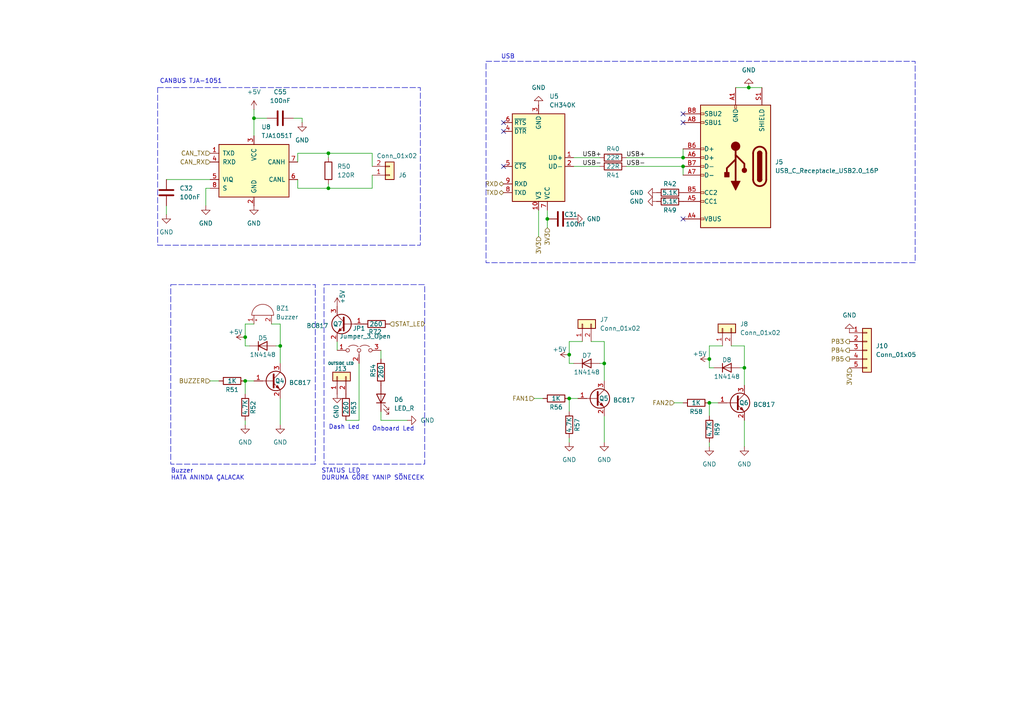
<source format=kicad_sch>
(kicad_sch (version 20250114) (generator "eeschema") (generator_version "9.0")
  (paper "A4")
  (title_block (date "2026-01-01") (rev "0.1") (company "Pehlivan Team"))
  (lib_symbols
    (symbol "Connector:USB_C_Receptacle_USB2.0_16P" (pin_names (offset 1.016))
      (property "Reference" "J" (at 0 22.225 0))
      (property "Value" "USB_C_Receptacle_USB2.0_16P" (at 0 19.685 0))
      (symbol "USB_C_Receptacle_USB2.0_16P_0_0"
        (rectangle (start -0.254 -17.78) (end 0.254 -16.764))
        (rectangle (start 10.16 15.494) (end 9.144 14.986))
        (rectangle (start 10.16 10.414) (end 9.144 9.906))
        (rectangle (start 10.16 7.874) (end 9.144 7.366))
        (rectangle (start 10.16 2.794) (end 9.144 2.286))
        (rectangle (start 10.16 0.254) (end 9.144 -0.254))
        (rectangle (start 10.16 -2.286) (end 9.144 -2.794))
        (rectangle (start 10.16 -4.826) (end 9.144 -5.334))
        (rectangle (start 10.16 -12.446) (end 9.144 -12.954))
        (rectangle (start 10.16 -14.986) (end 9.144 -15.494))
      )
      (symbol "USB_C_Receptacle_USB2.0_16P_0_1"
        (rectangle (start -10.16 17.78) (end 10.16 -17.78) (stroke (width 0.254)) (fill (type background)))
        (polyline (pts (xy -8.89 -3.81) (xy -8.89 3.81)) (stroke (width 0.508)))
        (rectangle (start -7.62 -3.81) (end -6.35 3.81) (stroke (width 0.254)) (fill (type outline)))
        (arc (start -7.62 3.81) (mid -6.985 4.4423) (end -6.35 3.81) (stroke (width 0.254)))
        (arc (start -7.62 3.81) (mid -6.985 4.4423) (end -6.35 3.81) (stroke (width 0.254)) (fill (type outline)))
        (arc (start -8.89 3.81) (mid -6.985 5.7067) (end -5.08 3.81) (stroke (width 0.508)))
        (arc (start -5.08 -3.81) (mid -6.985 -5.7067) (end -8.89 -3.81) (stroke (width 0.508)))
        (arc (start -6.35 -3.81) (mid -6.985 -4.4423) (end -7.62 -3.81) (stroke (width 0.254)))
        (arc (start -6.35 -3.81) (mid -6.985 -4.4423) (end -7.62 -3.81) (stroke (width 0.254)) (fill (type outline)))
        (polyline (pts (xy -5.08 3.81) (xy -5.08 -3.81)) (stroke (width 0.508)))
        (circle (center -2.54 1.143) (radius 0.635) (stroke (width 0.254)) (fill (type outline)))
        (polyline (pts (xy -1.27 4.318) (xy 0 6.858) (xy 1.27 4.318) (xy -1.27 4.318)) (stroke (width 0.254)) (fill (type outline)))
        (polyline (pts (xy 0 -2.032) (xy 2.54 0.508) (xy 2.54 1.778)) (stroke (width 0.508)))
        (polyline (pts (xy 0 -3.302) (xy -2.54 -0.762) (xy -2.54 0.508)) (stroke (width 0.508)))
        (polyline (pts (xy 0 -5.842) (xy 0 4.318)) (stroke (width 0.508)))
        (circle (center 0 -5.842) (radius 1.27) (fill (type outline)))
        (rectangle (start 1.905 1.778) (end 3.175 3.048) (stroke (width 0.254)) (fill (type outline)))
      )
      (symbol "USB_C_Receptacle_USB2.0_16P_1_1"
        (pin passive line (at -7.62 -22.86 90) (length 5.08) (name "SHIELD") (number "S1"))
        (pin passive line (at 0 -22.86 90) (length 5.08) (name "GND") (number "A1"))
        (pin passive line (at 0 -22.86 90) (length 5.08) (hide yes) (name "GND") (number "A12"))
        (pin passive line (at 0 -22.86 90) (length 5.08) (hide yes) (name "GND") (number "B1"))
        (pin passive line (at 0 -22.86 90) (length 5.08) (hide yes) (name "GND") (number "B12"))
        (pin passive line (at 15.24 15.24 180) (length 5.08) (name "VBUS") (number "A4"))
        (pin passive line (at 15.24 15.24 180) (length 5.08) (hide yes) (name "VBUS") (number "A9"))
        (pin passive line (at 15.24 15.24 180) (length 5.08) (hide yes) (name "VBUS") (number "B4"))
        (pin passive line (at 15.24 15.24 180) (length 5.08) (hide yes) (name "VBUS") (number "B9"))
        (pin bidirectional line (at 15.24 10.16 180) (length 5.08) (name "CC1") (number "A5"))
        (pin bidirectional line (at 15.24 7.62 180) (length 5.08) (name "CC2") (number "B5"))
        (pin bidirectional line (at 15.24 2.54 180) (length 5.08) (name "D-") (number "A7"))
        (pin bidirectional line (at 15.24 0 180) (length 5.08) (name "D-") (number "B7"))
        (pin bidirectional line (at 15.24 -2.54 180) (length 5.08) (name "D+") (number "A6"))
        (pin bidirectional line (at 15.24 -5.08 180) (length 5.08) (name "D+") (number "B6"))
        (pin bidirectional line (at 15.24 -12.7 180) (length 5.08) (name "SBU1") (number "A8"))
        (pin bidirectional line (at 15.24 -15.24 180) (length 5.08) (name "SBU2") (number "B8"))
      )
    )
    (symbol "Connector_Generic:Conn_01x02" (pin_names (offset 1.016) (hide yes))
      (property "Reference" "J" (at 0 2.54 0))
      (property "Value" "Conn_01x02" (at 0 -5.08 0))
      (symbol "Conn_01x02_1_1"
        (rectangle (start -1.27 1.27) (end 1.27 -3.81) (stroke (width 0.254)) (fill (type background)))
        (rectangle (start -1.27 0.127) (end 0 -0.127) (stroke (width 0.1524)))
        (rectangle (start -1.27 -2.413) (end 0 -2.667) (stroke (width 0.1524)))
        (pin passive line (at -5.08 0 0) (length 3.81) (name "Pin_1") (number "1"))
        (pin passive line (at -5.08 -2.54 0) (length 3.81) (name "Pin_2") (number "2"))
      )
    )
    (symbol "Connector_Generic:Conn_01x05" (pin_names (offset 1.016) (hide yes))
      (property "Reference" "J" (at 0 7.62 0))
      (property "Value" "Conn_01x05" (at 0 -7.62 0))
      (symbol "Conn_01x05_1_1"
        (rectangle (start -1.27 6.35) (end 1.27 -6.35) (stroke (width 0.254)) (fill (type background)))
        (rectangle (start -1.27 5.207) (end 0 4.953) (stroke (width 0.1524)))
        (rectangle (start -1.27 2.667) (end 0 2.413) (stroke (width 0.1524)))
        (rectangle (start -1.27 0.127) (end 0 -0.127) (stroke (width 0.1524)))
        (rectangle (start -1.27 -2.413) (end 0 -2.667) (stroke (width 0.1524)))
        (rectangle (start -1.27 -4.953) (end 0 -5.207) (stroke (width 0.1524)))
        (pin passive line (at -5.08 5.08 0) (length 3.81) (name "Pin_1") (number "1"))
        (pin passive line (at -5.08 2.54 0) (length 3.81) (name "Pin_2") (number "2"))
        (pin passive line (at -5.08 0 0) (length 3.81) (name "Pin_3") (number "3"))
        (pin passive line (at -5.08 -2.54 0) (length 3.81) (name "Pin_4") (number "4"))
        (pin passive line (at -5.08 -5.08 0) (length 3.81) (name "Pin_5") (number "5"))
      )
    )
    (symbol "Device:Buzzer" (pin_names (offset 0.0254) (hide yes))
      (property "Reference" "BZ" (at 3.81 1.27 0))
      (property "Value" "Buzzer" (at 3.81 -1.27 0))
      (symbol "Buzzer_0_1"
        (polyline (pts (xy -1.651 1.905) (xy -1.143 1.905)))
        (polyline (pts (xy -1.397 2.159) (xy -1.397 1.651)))
        (arc (start 0 3.175) (mid 3.1612 0) (end 0 -3.175))
        (polyline (pts (xy 0 3.175) (xy 0 -3.175)))
      )
      (symbol "Buzzer_1_1"
        (pin passive line (at -2.54 2.54 0) (length 2.54) (name "+") (number "1"))
        (pin passive line (at -2.54 -2.54 0) (length 2.54) (name "-") (number "2"))
      )
    )
    (symbol "Device:C" (pin_numbers (hide yes)) (pin_names (offset 0.254))
      (property "Reference" "C" (at 0.635 2.54 0))
      (property "Value" "C" (at 0.635 -2.54 0))
      (symbol "C_0_1"
        (polyline (pts (xy -2.032 0.762) (xy 2.032 0.762)) (stroke (width 0.508)))
        (polyline (pts (xy -2.032 -0.762) (xy 2.032 -0.762)) (stroke (width 0.508)))
      )
      (symbol "C_1_1"
        (pin passive line (at 0 3.81 270) (length 2.794) (name "~") (number "1"))
        (pin passive line (at 0 -3.81 90) (length 2.794) (name "~") (number "2"))
      )
    )
    (symbol "Device:LED" (pin_numbers (hide yes)) (pin_names (offset 1.016) (hide yes))
      (property "Reference" "D" (at 0 2.54 0))
      (property "Value" "LED" (at 0 -2.54 0))
      (symbol "LED_0_1"
        (polyline (pts (xy -3.048 -0.762) (xy -4.572 -2.286) (xy -3.81 -2.286) (xy -4.572 -2.286) (xy -4.572 -1.524)))
        (polyline (pts (xy -1.778 -0.762) (xy -3.302 -2.286) (xy -2.54 -2.286) (xy -3.302 -2.286) (xy -3.302 -1.524)))
        (polyline (pts (xy -1.27 0) (xy 1.27 0)))
        (polyline (pts (xy -1.27 -1.27) (xy -1.27 1.27)) (stroke (width 0.254)))
        (polyline (pts (xy 1.27 -1.27) (xy 1.27 1.27) (xy -1.27 0) (xy 1.27 -1.27)) (stroke (width 0.254)))
      )
      (symbol "LED_1_1"
        (pin passive line (at -3.81 0 0) (length 2.54) (name "K") (number "1"))
        (pin passive line (at 3.81 0 180) (length 2.54) (name "A") (number "2"))
      )
    )
    (symbol "Device:R" (pin_numbers (hide yes)) (pin_names (offset 0))
      (property "Reference" "R" (at 2.032 0 90))
      (property "Value" "R" (at 0 0 90))
      (symbol "R_0_1"
        (rectangle (start -1.016 -2.54) (end 1.016 2.54) (stroke (width 0.254)))
      )
      (symbol "R_1_1"
        (pin passive line (at 0 3.81 270) (length 1.27) (name "~") (number "1"))
        (pin passive line (at 0 -3.81 90) (length 1.27) (name "~") (number "2"))
      )
    )
    (symbol "Diode:1N4148" (pin_numbers (hide yes)) (pin_names (hide yes))
      (property "Reference" "D" (at 0 2.54 0))
      (property "Value" "1N4148" (at 0 -2.54 0))
      (symbol "1N4148_0_1"
        (polyline (pts (xy -1.27 1.27) (xy -1.27 -1.27)) (stroke (width 0.254)))
        (polyline (pts (xy 1.27 1.27) (xy 1.27 -1.27) (xy -1.27 0) (xy 1.27 1.27)) (stroke (width 0.254)))
        (polyline (pts (xy 1.27 0) (xy -1.27 0)))
      )
      (symbol "1N4148_1_1"
        (pin passive line (at -3.81 0 0) (length 2.54) (name "K") (number "1"))
        (pin passive line (at 3.81 0 180) (length 2.54) (name "A") (number "2"))
      )
    )
    (symbol "Interface_CAN_LIN:TJA1051T" (pin_names (offset 1.016))
      (property "Reference" "U8" (at 2.1433 12.7 0))
      (property "Value" "TJA1051T" (at 2.1433 10.16 0))
      (symbol "TJA1051T_0_1"
        (rectangle (start -10.16 7.62) (end 10.16 -7.62) (stroke (width 0.254)) (fill (type background)))
      )
      (symbol "TJA1051T_1_1"
        (pin input line (at -12.7 5.08 0) (length 2.54) (name "TXD") (number "1"))
        (pin output line (at -12.7 2.54 0) (length 2.54) (name "RXD") (number "4"))
        (pin output line (at -12.7 -2.54 0) (length 2.54) (name "VIQ") (number "5"))
        (pin input line (at -12.7 -5.08 0) (length 2.54) (name "S") (number "8"))
        (pin power_in line (at 0 10.16 270) (length 2.54) (name "VCC") (number "3"))
        (pin power_in line (at 0 -10.16 90) (length 2.54) (name "GND") (number "2"))
        (pin bidirectional line (at 12.7 2.54 180) (length 2.54) (name "CANH") (number "7"))
        (pin bidirectional line (at 12.7 -2.54 180) (length 2.54) (name "CANL") (number "6"))
      )
    )
    (symbol "Interface_USB:CH340K"
      (property "Reference" "U5" (at -3.1181 -17.78 0))
      (property "Value" "CH340K" (at -3.1181 -15.24 0))
      (symbol "CH340K_0_1"
        (rectangle (start -7.62 12.7) (end 7.62 -12.7) (stroke (width 0.254)) (fill (type background)))
      )
      (symbol "CH340K_1_0"
        (pin passive line (at 0 -15.24 90) (length 2.54) (hide yes) (name "GND") (number "11"))
      )
      (symbol "CH340K_1_1"
        (pin bidirectional line (at -10.16 2.54 0) (length 2.54) (name "UD-") (number "2"))
        (pin bidirectional line (at -10.16 0 0) (length 2.54) (name "UD+") (number "1"))
        (pin power_in line (at -2.54 15.24 270) (length 2.54) (name "VCC") (number "7"))
        (pin passive line (at 0 15.24 270) (length 2.54) (name "V3") (number "10"))
        (pin power_in line (at 0 -15.24 90) (length 2.54) (name "GND") (number "3"))
        (pin output line (at 10.16 10.16 180) (length 2.54) (name "TXD") (number "8"))
        (pin input line (at 10.16 7.62 180) (length 2.54) (name "RXD") (number "9"))
        (pin input line (at 10.16 2.54 180) (length 2.54) (name "~{CTS}") (number "5"))
        (pin output line (at 10.16 -7.62 180) (length 2.54) (name "~{DTR}") (number "4"))
        (pin output line (at 10.16 -10.16 180) (length 2.54) (name "~{RTS}") (number "6"))
      )
    )
    (symbol "Jumper:Jumper_3_Open" (pin_names (offset 0) (hide yes)) (in_bom no)
      (property "Reference" "JP" (at -2.54 -2.54 0))
      (property "Value" "Jumper_3_Open" (at 0 2.794 0))
      (symbol "Jumper_3_Open_0_0"
        (circle (center -3.302 0) (radius 0.508))
        (circle (center 0 0) (radius 0.508))
        (circle (center 3.302 0) (radius 0.508))
      )
      (symbol "Jumper_3_Open_0_1"
        (arc (start -3.048 1.016) (mid -1.651 1.4992) (end -0.254 1.016))
        (polyline (pts (xy 0 -0.508) (xy 0 -1.27)))
        (arc (start 0.254 1.016) (mid 1.651 1.4992) (end 3.048 1.016))
      )
      (symbol "Jumper_3_Open_1_1"
        (pin passive line (at -6.35 0 0) (length 2.54) (name "A") (number "1"))
        (pin passive line (at 0 -3.81 90) (length 2.54) (name "C") (number "2"))
        (pin passive line (at 6.35 0 180) (length 2.54) (name "B") (number "3"))
      )
    )
    (symbol "Transistor_BJT:BC817" (pin_names (offset 0) (hide yes))
      (property "Reference" "Q" (at 5.08 1.905 0))
      (property "Value" "BC817" (at 5.08 0 0))
      (symbol "BC817_0_1"
        (polyline (pts (xy -2.54 0) (xy 0.635 0)))
        (polyline (pts (xy 0.635 1.905) (xy 0.635 -1.905)) (stroke (width 0.508)))
        (circle (center 1.27 0) (radius 2.8194) (stroke (width 0.254)))
      )
      (symbol "BC817_1_1"
        (polyline (pts (xy 0.635 0.635) (xy 2.54 2.54)))
        (polyline (pts (xy 0.635 -0.635) (xy 2.54 -2.54)))
        (polyline (pts (xy 1.27 -1.778) (xy 1.778 -1.27) (xy 2.286 -2.286) (xy 1.27 -1.778)) (fill (type outline)))
        (pin input line (at -5.08 0 0) (length 2.54) (name "B") (number "1"))
        (pin passive line (at 2.54 5.08 270) (length 2.54) (name "C") (number "3"))
        (pin passive line (at 2.54 -5.08 90) (length 2.54) (name "E") (number "2"))
      )
    )
    (symbol "power:+5V" (power) (pin_numbers (hide yes)) (pin_names (offset 0) (hide yes))
      (property "Value" "+5V" (at 0 3.556 0))
      (symbol "+5V_0_1"
        (polyline (pts (xy -0.762 1.27) (xy 0 2.54)))
        (polyline (pts (xy 0 2.54) (xy 0.762 1.27)))
        (polyline (pts (xy 0 0) (xy 0 2.54)))
      )
      (symbol "+5V_1_1"
        (pin power_in line (at 0 0 90) (length 0) (name "~") (number "1"))
      )
    )
    (symbol "power:GND" (power) (pin_numbers (hide yes)) (pin_names (offset 0) (hide yes))
      (property "Value" "GND" (at 0 -3.81 0))
      (symbol "GND_0_1"
        (polyline (pts (xy 0 0) (xy 0 -1.27) (xy 1.27 -1.27) (xy 0 -2.54) (xy -1.27 -1.27) (xy 0 -1.27)))
      )
      (symbol "GND_1_1"
        (pin power_in line (at 0 0 270) (length 0) (name "~") (number "1"))
      )
    )
  )
  (rectangle (start 45.72 25.4) (end 121.92 71.12) (stroke (width 0) (type dash)))
  (rectangle (start 49.53 82.55) (end 91.44 134.62) (stroke (width 0) (type dash)))
  (rectangle (start 140.97 17.78) (end 265.43 76.2) (stroke (width 0) (type dash)))
  (rectangle (start 93.98 82.55) (end 123.19 134.62) (stroke (width 0) (type dash)))
  (text "Buzzer\nHATA ANINDA ÇALACAK\n" (at 49.53 137.668 0) (effects (font (size 1.27 1.27)) (justify left)))
  (text "CANBUS TJA-1051\n" (at 55.372 23.622 0) (effects (font (size 1.27 1.27))))
  (text "STATUS LED\nDURUMA GÖRE YANIP SÖNECEK\n" (at 93.218 137.668 0) (effects (font (size 1.27 1.27)) (justify left)))
  (text "USB\n" (at 147.32 16.51 0) (effects (font (size 1.27 1.27))))
  (text "Dash Led\n" (at 99.822 123.952 0) (effects (font (size 1.27 1.27))))
  (text "Onboard Led\n" (at 114.046 124.46 0) (effects (font (size 1.27 1.27))))
  (junction (at 95.25 44.45))
  (junction (at 217.17 25.4))
  (junction (at 95.25 54.61))
  (junction (at 198.12 45.72))
  (junction (at 175.26 105.41))
  (junction (at 71.12 110.49))
  (junction (at 165.1 102.87))
  (junction (at 71.12 97.79))
  (junction (at 205.74 116.84))
  (junction (at 81.28 100.33))
  (junction (at 158.75 63.5))
  (junction (at 198.12 48.26))
  (junction (at 165.1 115.57))
  (junction (at 215.9 106.68))
  (junction (at 73.66 34.29))
  (junction (at 205.74 104.14))
  (no_connect (at 146.05 35.56))
  (no_connect (at 198.12 35.56))
  (no_connect (at 198.12 33.02))
  (no_connect (at 146.05 48.26))
  (no_connect (at 146.05 38.1))
  (no_connect (at 198.12 63.5))
  (wire (pts (xy 86.36 44.45) (xy 86.36 46.99)))
  (wire (pts (xy 97.79 99.06) (xy 97.79 101.6)))
  (wire (pts (xy 158.75 63.5) (xy 158.75 60.96)))
  (wire (pts (xy 205.74 106.68) (xy 205.74 104.14)))
  (wire (pts (xy 81.28 93.98) (xy 81.28 100.33)))
  (wire (pts (xy 95.25 53.34) (xy 95.25 54.61)))
  (wire (pts (xy 205.74 100.33) (xy 209.55 100.33)))
  (wire (pts (xy 154.94 115.57) (xy 157.48 115.57)))
  (wire (pts (xy 87.63 34.29) (xy 87.63 35.56)))
  (wire (pts (xy 73.66 34.29) (xy 73.66 39.37)))
  (wire (pts (xy 110.49 104.14) (xy 110.49 101.6)))
  (wire (pts (xy 110.49 121.92) (xy 118.11 121.92)))
  (wire (pts (xy 71.12 110.49) (xy 71.12 114.3)))
  (wire (pts (xy 215.9 100.33) (xy 215.9 106.68)))
  (wire (pts (xy 71.12 100.33) (xy 71.12 97.79)))
  (wire (pts (xy 81.28 115.57) (xy 81.28 123.19)))
  (wire (pts (xy 59.69 54.61) (xy 60.96 54.61)))
  (wire (pts (xy 165.1 127) (xy 165.1 128.27)))
  (wire (pts (xy 205.74 104.14) (xy 205.74 100.33)))
  (wire (pts (xy 104.14 105.41) (xy 104.14 121.92)))
  (wire (pts (xy 60.96 110.49) (xy 63.5 110.49)))
  (wire (pts (xy 71.12 93.98) (xy 73.66 93.98)))
  (wire (pts (xy 95.25 45.72) (xy 95.25 44.45)))
  (wire (pts (xy 205.74 116.84) (xy 208.28 116.84)))
  (wire (pts (xy 110.49 121.92) (xy 110.49 119.38)))
  (wire (pts (xy 195.58 116.84) (xy 198.12 116.84)))
  (wire (pts (xy 181.61 48.26) (xy 198.12 48.26)))
  (wire (pts (xy 100.33 121.92) (xy 104.14 121.92)))
  (wire (pts (xy 107.95 48.26) (xy 107.95 44.45)))
  (wire (pts (xy 215.9 121.92) (xy 215.9 129.54)))
  (wire (pts (xy 205.74 116.84) (xy 205.74 120.65)))
  (wire (pts (xy 212.09 100.33) (xy 215.9 100.33)))
  (wire (pts (xy 71.12 97.79) (xy 71.12 93.98)))
  (wire (pts (xy 59.69 54.61) (xy 59.69 59.69)))
  (wire (pts (xy 95.25 54.61) (xy 107.95 54.61)))
  (wire (pts (xy 217.17 25.4) (xy 220.98 25.4)))
  (wire (pts (xy 95.25 44.45) (xy 107.95 44.45)))
  (wire (pts (xy 181.61 45.72) (xy 198.12 45.72)))
  (wire (pts (xy 86.36 44.45) (xy 95.25 44.45)))
  (wire (pts (xy 215.9 106.68) (xy 215.9 111.76)))
  (wire (pts (xy 175.26 120.65) (xy 175.26 128.27)))
  (wire (pts (xy 60.96 52.07) (xy 48.26 52.07)))
  (wire (pts (xy 173.99 45.72) (xy 166.37 45.72)))
  (wire (pts (xy 213.36 25.4) (xy 217.17 25.4)))
  (wire (pts (xy 165.1 102.87) (xy 165.1 99.06)))
  (wire (pts (xy 198.12 48.26) (xy 198.12 50.8)))
  (wire (pts (xy 81.28 100.33) (xy 81.28 105.41)))
  (wire (pts (xy 86.36 52.07) (xy 86.36 54.61)))
  (wire (pts (xy 198.12 45.72) (xy 198.12 43.18)))
  (wire (pts (xy 173.99 105.41) (xy 175.26 105.41)))
  (wire (pts (xy 165.1 115.57) (xy 165.1 119.38)))
  (wire (pts (xy 80.01 100.33) (xy 81.28 100.33)))
  (wire (pts (xy 175.26 105.41) (xy 175.26 110.49)))
  (wire (pts (xy 85.09 34.29) (xy 87.63 34.29)))
  (wire (pts (xy 86.36 54.61) (xy 95.25 54.61)))
  (wire (pts (xy 72.39 100.33) (xy 71.12 100.33)))
  (wire (pts (xy 78.74 93.98) (xy 81.28 93.98)))
  (wire (pts (xy 71.12 121.92) (xy 71.12 123.19)))
  (wire (pts (xy 165.1 99.06) (xy 168.91 99.06)))
  (wire (pts (xy 214.63 106.68) (xy 215.9 106.68)))
  (wire (pts (xy 156.21 68.58) (xy 156.21 60.96)))
  (wire (pts (xy 165.1 105.41) (xy 165.1 102.87)))
  (wire (pts (xy 175.26 99.06) (xy 175.26 105.41)))
  (wire (pts (xy 77.47 34.29) (xy 73.66 34.29)))
  (wire (pts (xy 48.26 59.69) (xy 48.26 62.23)))
  (wire (pts (xy 166.37 105.41) (xy 165.1 105.41)))
  (wire (pts (xy 71.12 110.49) (xy 73.66 110.49)))
  (wire (pts (xy 158.75 66.04) (xy 158.75 63.5)))
  (wire (pts (xy 165.1 115.57) (xy 167.64 115.57)))
  (wire (pts (xy 171.45 99.06) (xy 175.26 99.06)))
  (wire (pts (xy 207.01 106.68) (xy 205.74 106.68)))
  (wire (pts (xy 173.99 48.26) (xy 166.37 48.26)))
  (wire (pts (xy 107.95 50.8) (xy 107.95 54.61)))
  (wire (pts (xy 73.66 31.75) (xy 73.66 34.29)))
  (wire (pts (xy 205.74 128.27) (xy 205.74 129.54)))
  (label "USB-" (at 181.61 48.26 0))
  (label "USB-" (at 168.91 48.26 0))
  (label "USB+" (at 168.91 45.72 0))
  (label "USB+" (at 181.61 45.72 0))
  (hierarchical_label "3V3" (shape input) (at 158.75 66.04 270))
  (hierarchical_label "BUZZER" (shape input) (at 60.96 110.49 180))
  (hierarchical_label "FAN2" (shape input) (at 195.58 116.84 180))
  (hierarchical_label "TXD" (shape bidirectional) (at 146.05 55.88 180))
  (hierarchical_label "3V3" (shape input) (at 246.38 106.68 270))
  (hierarchical_label "3V3" (shape input) (at 156.21 68.58 270))
  (hierarchical_label "STAT_LED" (shape input) (at 113.03 93.98 0))
  (hierarchical_label "PB5" (shape output) (at 246.38 104.14 180))
  (hierarchical_label "PB3" (shape output) (at 246.38 99.06 180))
  (hierarchical_label "RXD" (shape bidirectional) (at 146.05 53.34 180))
  (hierarchical_label "CAN_RX" (shape input) (at 60.96 46.99 180))
  (hierarchical_label "PB4" (shape output) (at 246.38 101.6 180))
  (hierarchical_label "CAN_TX" (shape input) (at 60.96 44.45 180))
  (hierarchical_label "FAN1" (shape input) (at 154.94 115.57 180))
  (symbol (lib_id "Device:R") (at 110.49 107.95 0) (unit 1)
    (property "Reference" "R54" (at 108.204 109.474 90) (effects (justify left)))
    (property "Value" "260" (at 110.49 109.728 90) (effects (justify left)))
    (property "Footprint" "Resistor_SMD:R_1210_3225Metric_Pad1.30x2.65mm_HandSolder" (effects (hide yes)))
    (property "Description" "Resistor" (effects (hide yes)))
  )
  (symbol (lib_id "power:GND") (at 87.63 35.56 0) (unit 1)
    (property "Reference" "#PWR066" (effects (hide yes)))
    (property "Value" "GND" (at 87.63 40.64 0))
    (property "Description" "Power symbol creates a global label with name \"GND\" , ground" (effects (hide yes)))
  )
  (symbol (lib_id "power:+5V") (at 205.74 104.14 90) (unit 1)
    (property "Reference" "#PWR046" (effects (hide yes)))
    (property "Value" "+5V" (at 202.946 102.616 90))
    (property "Description" "Power symbol creates a global label with name \"+5V\"" (effects (hide yes)))
  )
  (symbol (lib_id "power:+5V") (at 73.66 31.75 0) (unit 1)
    (property "Reference" "#PWR067" (effects (hide yes)))
    (property "Value" "+5V" (at 73.66 26.67 0))
    (property "Description" "Power symbol creates a global label with name \"+5V\"" (effects (hide yes)))
  )
  (symbol (lib_id "power:+5V") (at 97.79 88.9 0) (unit 1)
    (property "Reference" "#PWR062" (effects (hide yes)))
    (property "Value" "+5V" (at 99.314 86.106 90))
    (property "Description" "Power symbol creates a global label with name \"+5V\"" (effects (hide yes)))
  )
  (symbol (lib_id "power:GND") (at 205.74 129.54 0) (unit 1)
    (property "Reference" "#PWR050" (effects (hide yes)))
    (property "Value" "GND" (at 205.74 134.62 0))
    (property "Description" "Power symbol creates a global label with name \"GND\" , ground" (effects (hide yes)))
  )
  (symbol (lib_id "Device:R") (at 194.31 55.88 90) (unit 1)
    (property "Reference" "R42" (at 194.31 53.34 90))
    (property "Value" "5.1K" (at 194.31 55.88 90))
    (property "Footprint" "Resistor_SMD:R_0603_1608Metric_Pad0.98x0.95mm_HandSolder" (effects (hide yes)))
    (property "Description" "Resistor" (effects (hide yes)))
  )
  (symbol (lib_id "Device:R") (at 161.29 115.57 270) (unit 1)
    (property "Reference" "R56" (at 161.29 118.11 90))
    (property "Value" "1K" (at 161.29 115.57 90))
    (property "Footprint" "Resistor_SMD:R_1210_3225Metric_Pad1.30x2.65mm_HandSolder" (effects (hide yes)))
    (property "Description" "Resistor" (effects (hide yes)))
  )
  (symbol (lib_id "Device:LED") (at 110.49 115.57 90) (unit 1)
    (property "Reference" "D6" (at 114.3 115.8874 90) (effects (justify right)))
    (property "Value" "LED_R" (at 114.3 118.4274 90) (effects (justify right)))
    (property "Footprint" "LED_THT:LED_D1.8mm_W3.3mm_H2.4mm" (effects (hide yes)))
    (property "Description" "Light emitting diode" (effects (hide yes)))
    (property "Sim.Pins" "1=K 2=A" (effects (hide yes)))
  )
  (symbol (lib_id "Transistor_BJT:BC817") (at 78.74 110.49 0) (unit 1)
    (property "Reference" "Q4" (at 79.756 110.49 0) (effects (justify left)))
    (property "Value" "BC817" (at 83.82 110.998 0) (effects (justify left)))
    (property "Footprint" "Package_TO_SOT_SMD:SOT-23" (effects (hide yes)))
    (property "Datasheet" "https://www.onsemi.com/pub/Collateral/BC818-D.pdf" (effects (hide yes)))
    (property "Description" "0.8A Ic, 45V Vce, NPN Transistor, SOT-23" (effects (hide yes)))
  )
  (symbol (lib_id "Connector_Generic:Conn_01x02") (at 113.03 50.8 0) (mirror x) (unit 1)
    (property "Reference" "J6" (at 115.57 50.8001 0) (effects (justify left)))
    (property "Value" "Conn_01x02" (at 109.22 45.212 0) (effects (justify left)))
    (property "Footprint" "Connector_PinSocket_2.00mm:PinSocket_1x02_P2.00mm_Horizontal" (effects (hide yes)))
    (property "Description" "Generic connector, single row, 01x02, script generated (kicad-library-utils/schlib/autogen/connector/)" (effects (hide yes)))
  )
  (symbol (lib_id "Device:R") (at 67.31 110.49 270) (unit 1)
    (property "Reference" "R51" (at 67.31 113.03 90))
    (property "Value" "1K" (at 67.31 110.49 90))
    (property "Footprint" "Resistor_SMD:R_1210_3225Metric_Pad1.30x2.65mm_HandSolder" (effects (hide yes)))
    (property "Description" "Resistor" (effects (hide yes)))
  )
  (symbol (lib_id "Device:R") (at 177.8 48.26 270) (unit 1)
    (property "Reference" "R41" (at 177.8 50.8 90))
    (property "Value" "22R" (at 177.8 48.26 90))
    (property "Footprint" "Resistor_SMD:R_1210_3225Metric_Pad1.30x2.65mm_HandSolder" (effects (hide yes)))
    (property "Description" "Resistor" (effects (hide yes)))
  )
  (symbol (lib_id "power:GND") (at 156.21 30.48 180) (unit 1)
    (property "Reference" "#PWR013" (effects (hide yes)))
    (property "Value" "GND" (at 156.21 25.4 0))
    (property "Description" "Power symbol creates a global label with name \"GND\" , ground" (effects (hide yes)))
  )
  (symbol (lib_id "Device:C") (at 162.56 63.5 90) (unit 1)
    (property "Reference" "C31" (at 165.608 62.23 90))
    (property "Value" "100nf" (at 166.878 65.024 90))
    (property "Footprint" "Capacitor_SMD:C_0805_2012Metric_Pad1.18x1.45mm_HandSolder" (effects (hide yes)))
    (property "Description" "Unpolarized capacitor" (effects (hide yes)))
  )
  (symbol (lib_id "Device:Buzzer") (at 76.2 91.44 90) (unit 1)
    (property "Reference" "BZ1" (at 80.01 89.4148 90) (effects (justify right)))
    (property "Value" "Buzzer" (at 80.01 91.9548 90) (effects (justify right)))
    (property "Footprint" "Buzzer_Beeper:Buzzer_12x9.5RM7.6" (effects (hide yes)))
    (property "Description" "Buzzer, polarized" (effects (hide yes)))
  )
  (symbol (lib_id "Device:R") (at 71.12 118.11 0) (unit 1)
    (property "Reference" "R52" (at 73.406 120.142 90) (effects (justify left)))
    (property "Value" "4.7K" (at 71.12 120.396 90) (effects (justify left)))
    (property "Footprint" "Resistor_SMD:R_1210_3225Metric_Pad1.30x2.65mm_HandSolder" (effects (hide yes)))
    (property "Description" "Resistor" (effects (hide yes)))
  )
  (symbol (lib_id "power:GND") (at 59.69 59.69 0) (unit 1)
    (property "Reference" "#PWR034" (effects (hide yes)))
    (property "Value" "GND" (at 59.69 64.77 0))
    (property "Description" "Power symbol creates a global label with name \"GND\" , ground" (effects (hide yes)))
  )
  (symbol (lib_id "power:GND") (at 190.5 55.88 270) (unit 1)
    (property "Reference" "#PWR032" (effects (hide yes)))
    (property "Value" "GND" (at 186.69 55.8799 90) (effects (justify right)))
    (property "Description" "Power symbol creates a global label with name \"GND\" , ground" (effects (hide yes)))
  )
  (symbol (lib_id "Device:R") (at 95.25 49.53 180) (unit 1)
    (property "Reference" "R50" (at 97.79 48.2599 0) (effects (justify right)))
    (property "Value" "120R" (at 97.79 50.7999 0) (effects (justify right)))
    (property "Footprint" "Resistor_SMD:R_0603_1608Metric_Pad0.98x0.95mm_HandSolder" (effects (hide yes)))
    (property "Description" "Resistor" (effects (hide yes)))
  )
  (symbol (lib_id "Diode:1N4148") (at 210.82 106.68 0) (unit 1)
    (property "Reference" "D8" (at 210.82 104.394 0))
    (property "Value" "1N4148" (at 210.82 109.22 0))
    (property "Footprint" "Diode_THT:D_DO-35_SOD27_P7.62mm_Horizontal" (effects (hide yes)))
    (property "Datasheet" "https://assets.nexperia.com/documents/data-sheet/1N4148_1N4448.pdf" (effects (hide yes)))
    (property "Description" "100V 0.15A standard switching diode, DO-35" (effects (hide yes)))
    (property "Sim.Device" "D" (effects (hide yes)))
    (property "Sim.Pins" "1=K 2=A" (effects (hide yes)))
  )
  (symbol (lib_id "power:GND") (at 217.17 25.4 180) (unit 1)
    (property "Reference" "#PWR031" (effects (hide yes)))
    (property "Value" "GND" (at 217.17 20.32 0))
    (property "Description" "Power symbol creates a global label with name \"GND\" , ground" (effects (hide yes)))
  )
  (symbol (lib_id "Connector:USB_C_Receptacle_USB2.0_16P") (at 213.36 48.26 180) (unit 1)
    (property "Reference" "J5" (at 224.79 46.9899 0) (effects (justify right)))
    (property "Value" "USB_C_Receptacle_USB2.0_16P" (at 224.79 49.5299 0) (effects (justify right)))
    (property "Footprint" "Connector_USB:USB_C_Receptacle_HCTL_HC-TYPE-C-16P-01A" (effects (hide yes)))
    (property "Datasheet" "https://www.usb.org/sites/default/files/documents/usb_type-c.zip" (effects (hide yes)))
    (property "Description" "USB 2.0-only 16P Type-C Receptacle connector" (effects (hide yes)))
  )
  (symbol (lib_id "Device:R") (at 165.1 123.19 0) (unit 1)
    (property "Reference" "R57" (at 167.386 125.222 90) (effects (justify left)))
    (property "Value" "4.7K" (at 165.1 125.476 90) (effects (justify left)))
    (property "Footprint" "Resistor_SMD:R_1210_3225Metric_Pad1.30x2.65mm_HandSolder" (effects (hide yes)))
    (property "Description" "Resistor" (effects (hide yes)))
  )
  (symbol (lib_id "Interface_USB:CH340K") (at 156.21 45.72 180) (unit 1)
    (property "Reference" "U5" (at 159.3281 27.94 0) (effects (justify right)))
    (property "Value" "CH340K" (at 159.3281 30.48 0) (effects (justify right)))
    (property "Footprint" "Package_SO:SSOP-10-1EP_3.9x4.9mm_P1mm_EP2.1x3.3mm" (effects (hide yes)))
    (property "Datasheet" "https://cdn.sparkfun.com/assets/5/0/a/8/5/CH340DS1.PDF" (effects (hide yes)))
    (property "Description" "USB serial converter, UART, SSOP-10" (effects (hide yes)))
  )
  (symbol (lib_id "Device:R") (at 100.33 118.11 180) (unit 1)
    (property "Reference" "R53" (at 102.616 116.332 90) (effects (justify left)))
    (property "Value" "260" (at 100.33 116.332 90) (effects (justify left)))
    (property "Footprint" "Resistor_SMD:R_1210_3225Metric_Pad1.30x2.65mm_HandSolder" (effects (hide yes)))
    (property "Description" "Resistor" (effects (hide yes)))
  )
  (symbol (lib_id "power:GND") (at 175.26 128.27 0) (unit 1)
    (property "Reference" "#PWR045" (effects (hide yes)))
    (property "Value" "GND" (at 175.26 133.35 0))
    (property "Description" "Power symbol creates a global label with name \"GND\" , ground" (effects (hide yes)))
  )
  (symbol (lib_id "Diode:1N4148") (at 76.2 100.33 0) (unit 1)
    (property "Reference" "D5" (at 76.2 98.044 0))
    (property "Value" "1N4148" (at 76.2 102.87 0))
    (property "Footprint" "Diode_THT:D_DO-35_SOD27_P7.62mm_Horizontal" (effects (hide yes)))
    (property "Datasheet" "https://assets.nexperia.com/documents/data-sheet/1N4148_1N4448.pdf" (effects (hide yes)))
    (property "Description" "100V 0.15A standard switching diode, DO-35" (effects (hide yes)))
    (property "Sim.Device" "D" (effects (hide yes)))
    (property "Sim.Pins" "1=K 2=A" (effects (hide yes)))
  )
  (symbol (lib_id "Connector_Generic:Conn_01x02") (at 168.91 93.98 90) (unit 1)
    (property "Reference" "J7" (at 173.99 92.7099 90) (effects (justify right)))
    (property "Value" "Conn_01x02" (at 173.99 95.2499 90) (effects (justify right)))
    (property "Footprint" "Connector_PinSocket_2.00mm:PinSocket_1x02_P2.00mm_Vertical" (effects (hide yes)))
    (property "Description" "Generic connector, single row, 01x02, script generated (kicad-library-utils/schlib/autogen/connector/)" (effects (hide yes)))
  )
  (symbol (lib_id "power:GND") (at 190.5 58.42 270) (unit 1)
    (property "Reference" "#PWR033" (effects (hide yes)))
    (property "Value" "GND" (at 186.69 58.4199 90) (effects (justify right)))
    (property "Description" "Power symbol creates a global label with name \"GND\" , ground" (effects (hide yes)))
  )
  (symbol (lib_id "power:GND") (at 215.9 129.54 0) (unit 1)
    (property "Reference" "#PWR051" (effects (hide yes)))
    (property "Value" "GND" (at 215.9 134.62 0))
    (property "Description" "Power symbol creates a global label with name \"GND\" , ground" (effects (hide yes)))
  )
  (symbol (lib_id "Transistor_BJT:BC817") (at 172.72 115.57 0) (unit 1)
    (property "Reference" "Q5" (at 173.736 115.57 0) (effects (justify left)))
    (property "Value" "BC817" (at 177.8 116.078 0) (effects (justify left)))
    (property "Footprint" "Package_TO_SOT_SMD:SOT-23" (effects (hide yes)))
    (property "Datasheet" "https://www.onsemi.com/pub/Collateral/BC818-D.pdf" (effects (hide yes)))
    (property "Description" "0.8A Ic, 45V Vce, NPN Transistor, SOT-23" (effects (hide yes)))
  )
  (symbol (lib_id "Device:R") (at 201.93 116.84 270) (unit 1)
    (property "Reference" "R58" (at 201.93 119.38 90))
    (property "Value" "1K" (at 201.93 116.84 90))
    (property "Footprint" "Resistor_SMD:R_1210_3225Metric_Pad1.30x2.65mm_HandSolder" (effects (hide yes)))
    (property "Description" "Resistor" (effects (hide yes)))
  )
  (symbol (lib_id "Device:R") (at 109.22 93.98 90) (unit 1)
    (property "Reference" "R72" (at 110.744 96.266 90) (effects (justify left)))
    (property "Value" "260" (at 110.998 93.98 90) (effects (justify left)))
    (property "Footprint" "Resistor_SMD:R_1210_3225Metric_Pad1.30x2.65mm_HandSolder" (effects (hide yes)))
    (property "Description" "Resistor" (effects (hide yes)))
  )
  (symbol (lib_id "power:GND") (at 71.12 123.19 0) (unit 1)
    (property "Reference" "#PWR047" (effects (hide yes)))
    (property "Value" "GND" (at 71.12 128.27 0))
    (property "Description" "Power symbol creates a global label with name \"GND\" , ground" (effects (hide yes)))
  )
  (symbol (lib_id "power:GND") (at 246.38 96.52 180) (unit 1)
    (property "Reference" "#PWR053" (effects (hide yes)))
    (property "Value" "GND" (at 246.38 91.44 0))
    (property "Description" "Power symbol creates a global label with name \"GND\" , ground" (effects (hide yes)))
  )
  (symbol (lib_id "power:GND") (at 48.26 62.23 0) (unit 1)
    (property "Reference" "#PWR049" (effects (hide yes)))
    (property "Value" "GND" (at 48.26 67.31 0))
    (property "Description" "Power symbol creates a global label with name \"GND\" , ground" (effects (hide yes)))
  )
  (symbol (lib_id "Device:R") (at 194.31 58.42 270) (unit 1)
    (property "Reference" "R49" (at 194.31 60.96 90))
    (property "Value" "5.1K" (at 194.31 58.42 90))
    (property "Footprint" "Resistor_SMD:R_0603_1608Metric_Pad0.98x0.95mm_HandSolder" (effects (hide yes)))
    (property "Description" "Resistor" (effects (hide yes)))
  )
  (symbol (lib_id "power:GND") (at 81.28 123.19 0) (unit 1)
    (property "Reference" "#PWR039" (effects (hide yes)))
    (property "Value" "GND" (at 81.28 128.27 0))
    (property "Description" "Power symbol creates a global label with name \"GND\" , ground" (effects (hide yes)))
  )
  (symbol (lib_id "power:GND") (at 118.11 121.92 90) (unit 1)
    (property "Reference" "#PWR0111" (effects (hide yes)))
    (property "Value" "GND" (at 121.92 121.9199 90) (effects (justify right)))
    (property "Description" "Power symbol creates a global label with name \"GND\" , ground" (effects (hide yes)))
  )
  (symbol (lib_id "Connector_Generic:Conn_01x02") (at 209.55 95.25 90) (unit 1)
    (property "Reference" "J8" (at 214.63 93.9799 90) (effects (justify right)))
    (property "Value" "Conn_01x02" (at 214.63 96.5199 90) (effects (justify right)))
    (property "Footprint" "Connector_PinSocket_2.00mm:PinSocket_1x02_P2.00mm_Vertical" (effects (hide yes)))
    (property "Description" "Generic connector, single row, 01x02, script generated (kicad-library-utils/schlib/autogen/connector/)" (effects (hide yes)))
  )
  (symbol (lib_id "Jumper:Jumper_3_Open") (at 104.14 101.6 0) (unit 1) (in_bom no)
    (property "Reference" "JP1" (at 104.14 95.25 0))
    (property "Value" "Jumper_3_Open" (at 105.918 97.536 0))
    (property "Footprint" "Connector_PinHeader_1.27mm:PinHeader_1x03_P1.27mm_Vertical" (effects (hide yes)))
    (property "Description" "Jumper, 3-pole, both open" (effects (hide yes)))
  )
  (symbol (lib_id "power:+5V") (at 71.12 97.79 90) (unit 1)
    (property "Reference" "#PWR038" (effects (hide yes)))
    (property "Value" "+5V" (at 68.326 96.266 90))
    (property "Description" "Power symbol creates a global label with name \"+5V\"" (effects (hide yes)))
  )
  (symbol (lib_id "power:GND") (at 97.79 114.3 0) (unit 1)
    (property "Reference" "#PWR040" (effects (hide yes)))
    (property "Value" "GND" (at 97.536 117.348 90) (effects (justify right)))
    (property "Description" "Power symbol creates a global label with name \"GND\" , ground" (effects (hide yes)))
  )
  (symbol (lib_id "Device:C") (at 81.28 34.29 90) (unit 1)
    (property "Reference" "C55" (at 81.28 26.67 90))
    (property "Value" "100nF" (at 81.28 29.21 90))
    (property "Footprint" "Capacitor_SMD:C_1210_3225Metric_Pad1.33x2.70mm_HandSolder" (effects (hide yes)))
    (property "Description" "Unpolarized capacitor" (effects (hide yes)))
  )
  (symbol (lib_id "Connector_Generic:Conn_01x02") (at 97.79 109.22 90) (unit 1)
    (property "Reference" "J13" (at 100.584 106.934 90) (effects (justify left)))
    (property "Value" "OUTSIDE LED" (at 102.616 105.41 90) (effects (font (size 0.762 0.762)) (justify left)))
    (property "Footprint" "Connector_PinSocket_2.00mm:PinSocket_1x02_P2.00mm_Horizontal" (effects (hide yes)))
    (property "Description" "Generic connector, single row, 01x02, script generated (kicad-library-utils/schlib/autogen/connector/)" (effects (hide yes)))
  )
  (symbol (lib_id "Device:R") (at 205.74 124.46 0) (unit 1)
    (property "Reference" "R59" (at 208.026 126.492 90) (effects (justify left)))
    (property "Value" "4.7K" (at 205.74 126.746 90) (effects (justify left)))
    (property "Footprint" "Resistor_SMD:R_1210_3225Metric_Pad1.30x2.65mm_HandSolder" (effects (hide yes)))
    (property "Description" "Resistor" (effects (hide yes)))
  )
  (symbol (lib_id "Connector_Generic:Conn_01x05") (at 251.46 101.6 0) (unit 1)
    (property "Reference" "J10" (at 254 100.3299 0) (effects (justify left)))
    (property "Value" "Conn_01x05" (at 254 102.8699 0) (effects (justify left)))
    (property "Footprint" "Connector_PinSocket_2.00mm:PinSocket_1x05_P2.00mm_Vertical" (effects (hide yes)))
    (property "Description" "Generic connector, single row, 01x05, script generated (kicad-library-utils/schlib/autogen/connector/)" (effects (hide yes)))
  )
  (symbol (lib_id "Transistor_BJT:BC817") (at 100.33 93.98 0) (mirror y) (unit 1)
    (property "Reference" "Q7" (at 99.314 93.98 0) (effects (justify left)))
    (property "Value" "BC817" (at 95.25 94.488 0) (effects (justify left)))
    (property "Footprint" "Package_TO_SOT_SMD:SOT-23" (effects (hide yes)))
    (property "Datasheet" "https://www.onsemi.com/pub/Collateral/BC818-D.pdf" (effects (hide yes)))
    (property "Description" "0.8A Ic, 45V Vce, NPN Transistor, SOT-23" (effects (hide yes)))
  )
  (symbol (lib_id "Device:C") (at 48.26 55.88 0) (unit 1)
    (property "Reference" "C32" (at 52.07 54.6099 0) (effects (justify left)))
    (property "Value" "100nF" (at 52.07 57.1499 0) (effects (justify left)))
    (property "Footprint" "Capacitor_SMD:C_0603_1608Metric_Pad1.08x0.95mm_HandSolder" (effects (hide yes)))
    (property "Description" "Unpolarized capacitor" (effects (hide yes)))
  )
  (symbol (lib_id "power:GND") (at 73.66 59.69 0) (unit 1)
    (property "Reference" "#PWR048" (effects (hide yes)))
    (property "Value" "GND" (at 73.66 64.77 0))
    (property "Description" "Power symbol creates a global label with name \"GND\" , ground" (effects (hide yes)))
  )
  (symbol (lib_id "Transistor_BJT:BC817") (at 213.36 116.84 0) (unit 1)
    (property "Reference" "Q6" (at 214.376 116.84 0) (effects (justify left)))
    (property "Value" "BC817" (at 218.44 117.348 0) (effects (justify left)))
    (property "Footprint" "Package_TO_SOT_SMD:SOT-23" (effects (hide yes)))
    (property "Datasheet" "https://www.onsemi.com/pub/Collateral/BC818-D.pdf" (effects (hide yes)))
    (property "Description" "0.8A Ic, 45V Vce, NPN Transistor, SOT-23" (effects (hide yes)))
  )
  (symbol (lib_id "Diode:1N4148") (at 170.18 105.41 0) (unit 1)
    (property "Reference" "D7" (at 170.18 103.124 0))
    (property "Value" "1N4148" (at 170.18 107.95 0))
    (property "Footprint" "Diode_THT:D_DO-35_SOD27_P7.62mm_Horizontal" (effects (hide yes)))
    (property "Datasheet" "https://assets.nexperia.com/documents/data-sheet/1N4148_1N4448.pdf" (effects (hide yes)))
    (property "Description" "100V 0.15A standard switching diode, DO-35" (effects (hide yes)))
    (property "Sim.Device" "D" (effects (hide yes)))
    (property "Sim.Pins" "1=K 2=A" (effects (hide yes)))
  )
  (symbol (lib_id "power:GND") (at 166.37 63.5 90) (unit 1)
    (property "Reference" "#PWR029" (effects (hide yes)))
    (property "Value" "GND" (at 170.18 63.4999 90) (effects (justify right)))
    (property "Description" "Power symbol creates a global label with name \"GND\" , ground" (effects (hide yes)))
  )
  (symbol (lib_id "Device:R") (at 177.8 45.72 90) (unit 1)
    (property "Reference" "R40" (at 177.8 43.18 90))
    (property "Value" "22R" (at 177.8 45.72 90))
    (property "Footprint" "Resistor_SMD:R_1210_3225Metric_Pad1.30x2.65mm_HandSolder" (effects (hide yes)))
    (property "Description" "Resistor" (effects (hide yes)))
  )
  (symbol (lib_id "Interface_CAN_LIN:TJA1051T") (at 73.66 49.53 0) (unit 1)
    (property "Reference" "U8" (at 75.8033 36.83 0) (effects (justify left)))
    (property "Value" "TJA1051T" (at 75.8033 39.37 0) (effects (justify left)))
    (property "Footprint" "Package_SO:SOIC-8_3.9x4.9mm_P1.27mm" (effects (hide yes)))
    (property "Datasheet" "http://www.nxp.com/docs/en/data-sheet/TJA1051.pdf" (effects (hide yes)))
    (property "Description" "High-Speed CAN Transceiver, silent mode, SOIC-8" (effects (hide yes)))
  )
  (symbol (lib_id "power:+5V") (at 165.1 102.87 90) (unit 1)
    (property "Reference" "#PWR043" (effects (hide yes)))
    (property "Value" "+5V" (at 162.306 101.346 90))
    (property "Description" "Power symbol creates a global label with name \"+5V\"" (effects (hide yes)))
  )
  (symbol (lib_id "power:GND") (at 165.1 128.27 0) (unit 1)
    (property "Reference" "#PWR044" (effects (hide yes)))
    (property "Value" "GND" (at 165.1 133.35 0))
    (property "Description" "Power symbol creates a global label with name \"GND\" , ground" (effects (hide yes)))
  )
)
</source>
